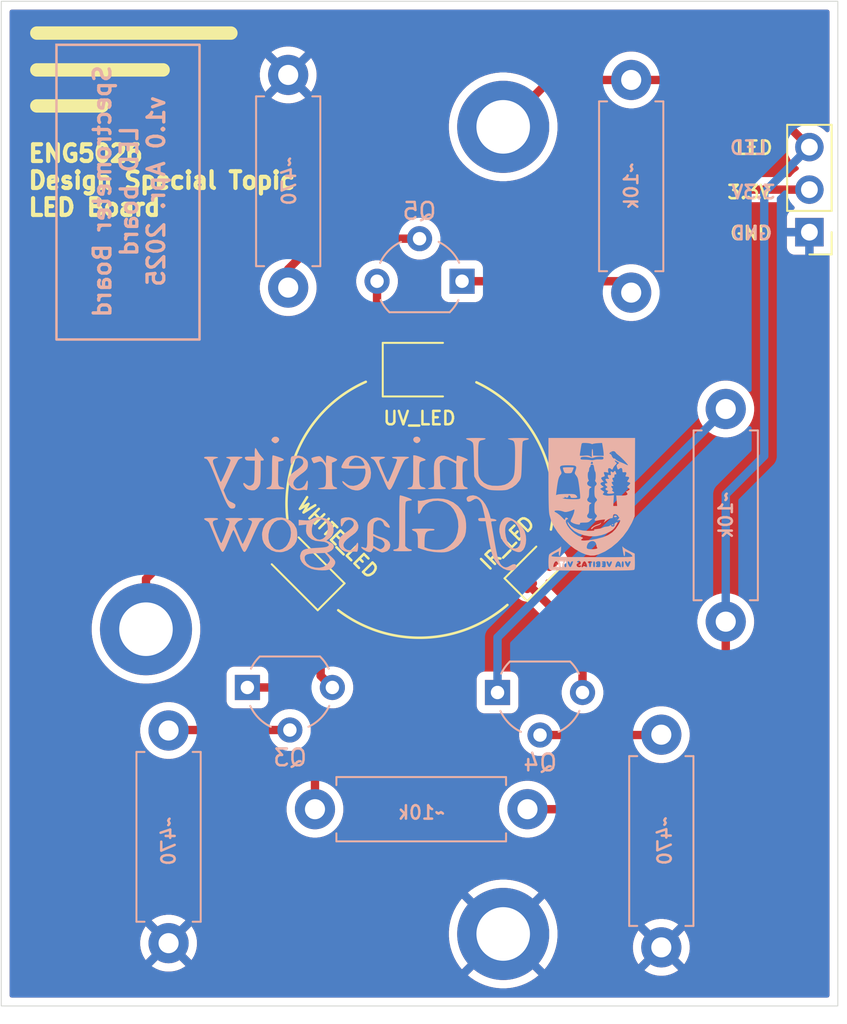
<source format=kicad_pcb>
(kicad_pcb (version 20241229) (generator "pcbnew") (generator_version "9.0")
  (layers (0 "F.Cu" signal) (2 "B.Cu" signal) (13 "F.Paste" user) (15 "B.Paste" user) (5 "F.SilkS" user "F.Silkscreen") (7 "B.SilkS" user "B.Silkscreen") (1 "F.Mask" user) (3 "B.Mask" user) (25 "Edge.Cuts" user))
  (net 0 "")
  (net 1 "+3.3V")
  (net 2 "Net-(D4-K)")
  (net 3 "Net-(D5-K)")
  (net 4 "Net-(D6-K)")
  (net 5 "LED-BOARD")
  (net 6 "Net-(Q3-B)")
  (net 7 "Net-(Q3-E)")
  (net 8 "Net-(Q4-E)")
  (net 9 "Net-(Q4-B)")
  (net 10 "Net-(Q5-B)")
  (net 11 "Net-(Q5-E)")
  (net 12 "GND")
  (footprint "LED_SMD:LED_0805_2012Metric" (layer "F.Cu") (at 130.1 90.5 45)
    (property "Reference" "D5" (hide yes))
    (property "Value" "IR_LED")
    (pad "1" smd roundrect (at -0.9375 0.000001 45) (size 0.975 1.4) (layers "F.Cu" "F.Mask" "F.Paste") (net 3 "Net-(D5-K)"))
    (pad "2" smd roundrect (at 0.9375 -0.000001 45) (size 0.975 1.4) (layers "F.Cu" "F.Mask" "F.Paste") (net 1 "+3.3V"))
  )
  (footprint "Connector_PinHeader_2.54mm:PinHeader_1x03_P2.54mm_Vertical" (layer "F.Cu") (at 146.45 70.34 180)
    (property "Reference" "J8" (hide yes))
    (property "Value" "LED->BOARD" (hide yes))
    (pad "1" thru_hole rect (at 0 0 180) (size 1.7 1.7) (drill 1) (layers "*.Cu" "*.Mask") (net 12 "GND"))
    (pad "2" thru_hole oval (at 0 2.54 180) (size 1.7 1.7) (drill 1) (layers "*.Cu" "*.Mask") (net 1 "+3.3V"))
    (pad "3" thru_hole oval (at 0.000001 5.080001 180) (size 1.7 1.7) (drill 1) (layers "*.Cu" "*.Mask") (net 5 "LED-BOARD"))
  )
  (footprint "LED_SMD:LED_PLCC_2835" (layer "F.Cu") (at 123.15 78.55)
    (property "Reference" "D6" (hide yes))
    (property "Value" "UV_LED" (hide yes))
    (pad "1" smd rect (at -0.9 0) (size 2.2 2.2) (layers "F.Cu" "F.Mask" "F.Paste") (net 4 "Net-(D6-K)"))
    (pad "2" smd rect (at 1.375 0) (size 1.25 2.2) (layers "F.Cu" "F.Mask" "F.Paste") (net 1 "+3.3V"))
  )
  (footprint "MountingHole:MountingHole_3.2mm_M3_ISO14580_Pad" (layer "F.Cu") (at 106.8 94.05)
    (property "Reference" "REF**" (hide yes))
    (property "Value" "MountingHole_3.2mm_M3_ISO14580_Pad" (hide yes))
    (pad "1" thru_hole circle (at 0 0) (size 5.5 5.5) (drill 3.2) (layers "*.Cu" "*.Mask") (net 1 "+3.3V"))
  )
  (footprint "LED_SMD:LED_1206_3216Metric" (layer "F.Cu") (at 116.25 90.5 135)
    (property "Reference" "D4" (hide yes))
    (property "Value" "WHITE-LED")
    (pad "1" smd roundrect (at -1.4 0.000001 135) (size 1.25 1.75) (layers "F.Cu" "F.Mask" "F.Paste") (roundrect_rratio 0.2) (net 2 "Net-(D4-K)"))
    (pad "2" smd roundrect (at 1.4 -0.000001 135) (size 1.25 1.75) (layers "F.Cu" "F.Mask" "F.Paste") (roundrect_rratio 0.2) (net 1 "+3.3V"))
  )
  (footprint "MountingHole:MountingHole_3.2mm_M3_ISO14580_Pad" (layer "F.Cu") (at 128.15 64.05)
    (property "Reference" "REF**" (hide yes))
    (property "Value" "MountingHole_3.2mm_M3_ISO14580_Pad" (hide yes))
    (pad "1" thru_hole circle (at 0 0) (size 5.5 5.5) (drill 3.2) (layers "*.Cu" "*.Mask") (net 5 "LED-BOARD"))
  )
  (footprint "MountingHole:MountingHole_3.2mm_M3_ISO14580_Pad" (layer "F.Cu") (at 128.15 112.25)
    (property "Reference" "REF**" (hide yes))
    (property "Value" "MountingHole_3.2mm_M3_ISO14580_Pad" (hide yes))
    (pad "1" thru_hole circle (at 0 0) (size 5.5 5.5) (drill 3.2) (layers "*.Cu" "*.Mask") (net 12 "GND"))
  )
  (footprint "Resistor_THT:R_Axial_DIN0411_L9.9mm_D3.6mm_P12.70mm_Horizontal" (layer "B.Cu") (at 108.15 112.8 90)
    (property "Reference" "R26" (hide yes))
    (property "Value" "470")
    (pad "1" thru_hole circle (at 0 0 90) (size 2.4 2.4) (drill 1.2) (layers "*.Cu" "*.Mask") (net 12 "GND"))
    (pad "2" thru_hole oval (at 12.7 0 90) (size 2.4 2.4) (drill 1.2) (layers "*.Cu" "*.Mask") (net 7 "Net-(Q3-E)"))
  )
  (footprint "Resistor_THT:R_Axial_DIN0411_L9.9mm_D3.6mm_P12.70mm_Horizontal" (layer "B.Cu") (at 129.6 104.799999 180)
    (property "Reference" "R23" (hide yes))
    (property "Value" "10k")
    (pad "1" thru_hole circle (at 0 0 180) (size 2.4 2.4) (drill 1.2) (layers "*.Cu" "*.Mask") (net 5 "LED-BOARD"))
    (pad "2" thru_hole oval (at 12.7 0 180) (size 2.4 2.4) (drill 1.2) (layers "*.Cu" "*.Mask") (net 6 "Net-(Q3-B)"))
  )
  (footprint "test:uofg-8mm" (layer "B.Cu") (at 123.15 86.55 180)
    (property "Reference" "G***" (hide yes))
    (property "Value" "LOGO" (hide yes))
  )
  (footprint "Resistor_THT:R_Axial_DIN0411_L9.9mm_D3.6mm_P12.70mm_Horizontal" (layer "B.Cu") (at 135.8 61.25 -90)
    (property "Reference" "R25" (hide yes))
    (property "Value" "10k")
    (pad "1" thru_hole circle (at 0 0 270) (size 2.4 2.4) (drill 1.2) (layers "*.Cu" "*.Mask") (net 5 "LED-BOARD"))
    (pad "2" thru_hole oval (at 12.7 0 270) (size 2.4 2.4) (drill 1.2) (layers "*.Cu" "*.Mask") (net 10 "Net-(Q5-B)"))
  )
  (footprint "Resistor_THT:R_Axial_DIN0411_L9.9mm_D3.6mm_P12.70mm_Horizontal" (layer "B.Cu") (at 115.3 60.95 -90)
    (property "Reference" "R28" (hide yes))
    (property "Value" "470")
    (pad "1" thru_hole circle (at 0 0 270) (size 2.4 2.4) (drill 1.2) (layers "*.Cu" "*.Mask") (net 12 "GND"))
    (pad "2" thru_hole oval (at 12.7 0 270) (size 2.4 2.4) (drill 1.2) (layers "*.Cu" "*.Mask") (net 11 "Net-(Q5-E)"))
  )
  (footprint "Resistor_THT:R_Axial_DIN0411_L9.9mm_D3.6mm_P12.70mm_Horizontal" (layer "B.Cu") (at 137.6 113.05 90)
    (property "Reference" "R27" (hide yes))
    (property "Value" "470")
    (pad "1" thru_hole circle (at 0 0 90) (size 2.4 2.4) (drill 1.2) (layers "*.Cu" "*.Mask") (net 12 "GND"))
    (pad "2" thru_hole oval (at 12.7 0 90) (size 2.4 2.4) (drill 1.2) (layers "*.Cu" "*.Mask") (net 8 "Net-(Q4-E)"))
  )
  (footprint "Package_TO_SOT_THT:TO-92_Wide" (layer "B.Cu") (at 127.810001 97.83)
    (property "Reference" "Q4" (at 2.550001 4.19 0) (layer "B.SilkS") (effects (justify mirror)))
    (property "Value" "Q_NPN_BEC")
    (pad "1" thru_hole rect (at 0 0) (size 1.5 1.5) (drill 0.8) (layers "*.Cu" "*.Mask") (net 9 "Net-(Q4-B)"))
    (pad "2" thru_hole circle (at 2.54 2.54) (size 1.5 1.5) (drill 0.8) (layers "*.Cu" "*.Mask") (net 8 "Net-(Q4-E)"))
    (pad "3" thru_hole circle (at 5.08 0.000001) (size 1.5 1.5) (drill 0.8) (layers "*.Cu" "*.Mask") (net 3 "Net-(D5-K)"))
  )
  (footprint "Package_TO_SOT_THT:TO-92_Wide" (layer "B.Cu") (at 125.69 73.27 180)
    (property "Reference" "Q5" (at 2.549999 4.189998 0) (layer "B.SilkS") (effects (justify mirror)))
    (property "Value" "Q_NPN_BEC")
    (pad "1" thru_hole rect (at 0 0 180) (size 1.5 1.5) (drill 0.8) (layers "*.Cu" "*.Mask") (net 10 "Net-(Q5-B)"))
    (pad "2" thru_hole circle (at 2.54 2.54 180) (size 1.5 1.5) (drill 0.8) (layers "*.Cu" "*.Mask") (net 11 "Net-(Q5-E)"))
    (pad "3" thru_hole circle (at 5.080001 -0.000001 180) (size 1.5 1.5) (drill 0.8) (layers "*.Cu" "*.Mask") (net 4 "Net-(D6-K)"))
  )
  (footprint "Resistor_THT:R_Axial_DIN0411_L9.9mm_D3.6mm_P12.70mm_Horizontal" (layer "B.Cu") (at 141.45 93.6 90)
    (property "Reference" "R24" (hide yes))
    (property "Value" "10k")
    (pad "1" thru_hole circle (at 0 0 90) (size 2.4 2.4) (drill 1.2) (layers "*.Cu" "*.Mask") (net 5 "LED-BOARD"))
    (pad "2" thru_hole oval (at 12.7 0 90) (size 2.4 2.4) (drill 1.2) (layers "*.Cu" "*.Mask") (net 9 "Net-(Q4-B)"))
  )
  (footprint "Package_TO_SOT_THT:TO-92_Wide" (layer "B.Cu") (at 112.86 97.530001)
    (property "Reference" "Q3" (at 2.55 4.189999 0) (layer "B.SilkS") (effects (justify mirror)))
    (property "Value" "Q_NPN_BEC")
    (pad "1" thru_hole rect (at 0 0) (size 1.5 1.5) (drill 0.8) (layers "*.Cu" "*.Mask") (net 6 "Net-(Q3-B)"))
    (pad "2" thru_hole circle (at 2.54 2.54) (size 1.5 1.5) (drill 0.8) (layers "*.Cu" "*.Mask") (net 7 "Net-(Q3-E)"))
    (pad "3" thru_hole circle (at 5.080002 -0.000002) (size 1.5 1.5) (drill 0.8) (layers "*.Cu" "*.Mask") (net 2 "Net-(D4-K)"))
  )
  (gr_line (start 100.275 60.65) (end 107.825 60.65) (stroke (width 0.8)) (layer "F.SilkS"))
  (gr_line (start 100.275 62.8) (end 104.175 62.8) (stroke (width 0.8)) (layer "F.SilkS"))
  (gr_arc (start 115.25 87.45) (mid 116.253242 82.593394) (end 119.939381 79.275941) (stroke (width 0.15)) (layer "F.SilkS"))
  (gr_arc (start 126.547414 79.305514) (mid 130.288755 82.935699) (end 131 88.1) (stroke (width 0.15)) (layer "F.SilkS"))
  (gr_arc (start 128.4 92.6) (mid 123.400113 94.5564) (end 118.287861 92.915894) (stroke (width 0.15)) (layer "F.SilkS"))
  (gr_line (start 100.275 58.45) (end 111.875 58.45) (stroke (width 0.8)) (layer "F.SilkS"))
  (gr_rect (start 101.45 59.15) (end 110 76.75) (stroke (width 0.15)) (fill no) (layer "B.SilkS"))
  (gr_rect (start 98.15 56.55) (end 148.15 116.55) (stroke (width 0.05)) (fill no) (layer "Edge.Cuts"))
  (gr_text "LED" (at 143.15 65.3 0) (layer "F.SilkS") (effects (font (size 0.8 0.8))))
  (gr_text "WHITE_LED" (at 118.25 88.6 315) (layer "F.SilkS") (effects (font (size 0.8 0.8))))
  (gr_text "IR_LED" (at 128.4 88.9 45) (layer "F.SilkS") (effects (font (size 0.8 0.8))))
  (gr_text "ENG5026\nDesign Special Topic\nLED Board" (at 99.65 67.25 0) (layer "F.SilkS") (effects (font (size 1 1) (thickness 0.25) (bold yes)) (justify left)))
  (gr_text "GND" (at 142.95 70.4 0) (layer "F.SilkS") (effects (font (size 0.8 0.8))))
  (gr_text "3.3V" (at 142.85 67.95 0) (layer "F.SilkS") (effects (font (size 0.8 0.8))))
  (gr_text "UV_LED" (at 123.15 81.45 0) (layer "F.SilkS") (effects (font (size 0.8 0.8))))
  (gr_text "~470" (at 115.35 67.3 90) (layer "B.SilkS") (effects (font (size 0.8 0.8)) (justify mirror)))
  (gr_text "3.3V" (at 143.1 67.95 0) (layer "B.SilkS") (effects (font (size 0.8 0.8)) (justify mirror)))
  (gr_text "~10k" (at 135.8 67.6 90) (layer "B.SilkS") (effects (font (size 0.8 0.8)) (justify mirror)))
  (gr_text "~10k" (at 141.45 87.250001 90) (layer "B.SilkS") (effects (font (size 0.8 0.8)) (justify mirror)))
  (gr_text "~470" (at 137.8 106.699999 90) (layer "B.SilkS") (effects (font (size 0.8 0.8)) (justify mirror)))
  (gr_text "Spectrometer Board\nLED board\nv1.0 Apr. 2025" (at 105.8 67.9 90) (layer "B.SilkS") (effects (font (size 1 1) (thickness 0.2) (bold yes)) (justify mirror)))
  (gr_text "GND" (at 143.000001 70.399999 0) (layer "B.SilkS") (effects (font (size 0.8 0.8)) (justify mirror)))
  (gr_text "~10k" (at 123.25 105 0) (layer "B.SilkS") (effects (font (size 0.8 0.8)) (justify mirror)))
  (gr_text "LED" (at 142.8 65.299999 0) (layer "B.SilkS") (effects (font (size 0.8 0.8)) (justify mirror)))
  (gr_text "~470" (at 108.15 106.72 90) (layer "B.SilkS") (effects (font (size 0.8 0.8)) (justify mirror)))
  (segment (start 137.45 76.1) (end 130.762912 82.787088) (width 0.5) (layer "F.Cu") (net 1))
  (segment (start 115.26005 89.510051) (end 108.339949 89.510051) (width 0.5) (layer "F.Cu") (net 1))
  (segment (start 115.26005 89.510051) (end 115.26005 83.03995) (width 0.5) (layer "F.Cu") (net 1))
  (segment (start 146.45 67.8) (end 141.15 67.8) (width 0.5) (layer "F.Cu") (net 1))
  (segment (start 124.125 80.55) (end 124.525 80.15) (width 0.5) (layer "F.Cu") (net 1))
  (segment (start 126.2 78.55) (end 124.525 78.55) (width 0.5) (layer "F.Cu") (net 1))
  (segment (start 124.525 80.15) (end 124.525 78.55) (width 0.5) (layer "F.Cu") (net 1))
  (segment (start 130.762912 82.787088) (end 130.762912 83.112912) (width 0.5) (layer "F.Cu") (net 1))
  (segment (start 130.762912 89.837087) (end 130.762912 83.112912) (width 0.5) (layer "F.Cu") (net 1))
  (segment (start 141.15 67.8) (end 138.35 70.6) (width 0.5) (layer "F.Cu") (net 1))
  (segment (start 117.75 80.55) (end 124.125 80.55) (width 0.5) (layer "F.Cu") (net 1))
  (segment (start 130.762912 83.112912) (end 126.2 78.55) (width 0.5) (layer "F.Cu") (net 1))
  (segment (start 138.35 75.2) (end 137.45 76.1) (width 0.5) (layer "F.Cu") (net 1))
  (segment (start 106.8 91.05) (end 106.8 94.05) (width 0.5) (layer "F.Cu") (net 1))
  (segment (start 115.26005 83.03995) (end 117.75 80.55) (width 0.5) (layer "F.Cu") (net 1))
  (segment (start 108.339949 89.510051) (end 106.8 91.05) (width 0.5) (layer "F.Cu") (net 1))
  (segment (start 138.35 70.6) (end 138.35 75.2) (width 0.5) (layer "F.Cu") (net 1))
  (segment (start 117.23995 91.489949) (end 117.23995 96.829947) (width 0.5) (layer "F.Cu") (net 2))
  (segment (start 117.23995 96.829947) (end 117.940002 97.529999) (width 0.5) (layer "F.Cu") (net 2))
  (segment (start 132.890001 94.615826) (end 132.890001 97.830001) (width 0.5) (layer "F.Cu") (net 3))
  (segment (start 129.437088 91.162913) (end 132.890001 94.615826) (width 0.5) (layer "F.Cu") (net 3))
  (segment (start 120.609999 76.909999) (end 122.25 78.55) (width 0.5) (layer "F.Cu") (net 4))
  (segment (start 120.609999 73.270001) (end 120.609999 76.909999) (width 0.5) (layer "F.Cu") (net 4))
  (segment (start 141.45 93.6) (end 141.45 101.65) (width 0.5) (layer "F.Cu") (net 5))
  (segment (start 138.300001 104.799999) (end 129.6 104.799999) (width 0.5) (layer "F.Cu") (net 5))
  (segment (start 142.44 61.25) (end 135.8 61.25) (width 0.5) (layer "F.Cu") (net 5))
  (segment (start 141.45 101.65) (end 138.300001 104.799999) (width 0.5) (layer "F.Cu") (net 5))
  (segment (start 130.95 61.25) (end 128.15 64.05) (width 0.5) (layer "F.Cu") (net 5))
  (segment (start 135.8 61.25) (end 130.95 61.25) (width 0.5) (layer "F.Cu") (net 5))
  (segment (start 146.449999 65.259999) (end 142.44 61.25) (width 0.5) (layer "F.Cu") (net 5))
  (segment (start 143.75 67.959998) (end 146.449999 65.259999) (width 0.5) (layer "B.Cu") (net 5))
  (segment (start 141.45 93.6) (end 141.45 86) (width 0.5) (layer "B.Cu") (net 5))
  (segment (start 141.45 86) (end 143.75 83.7) (width 0.5) (layer "B.Cu") (net 5))
  (segment (start 143.75 83.7) (end 143.75 67.959998) (width 0.5) (layer "B.Cu") (net 5))
  (segment (start 112.86 97.530001) (end 115.630001 97.530001) (width 0.5) (layer "F.Cu") (net 6))
  (segment (start 115.630001 97.530001) (end 116.9 98.8) (width 0.5) (layer "F.Cu") (net 6))
  (segment (start 116.9 98.8) (end 116.9 104.799999) (width 0.5) (layer "F.Cu") (net 6))
  (segment (start 108.179999 100.070001) (end 108.15 100.1) (width 0.5) (layer "F.Cu") (net 7))
  (segment (start 115.4 100.070001) (end 108.179999 100.070001) (width 0.5) (layer "F.Cu") (net 7))
  (segment (start 137.58 100.37) (end 137.6 100.35) (width 0.5) (layer "F.Cu") (net 8))
  (segment (start 130.350001 100.37) (end 137.58 100.37) (width 0.5) (layer "F.Cu") (net 8))
  (segment (start 127.810001 94.539999) (end 127.810001 97.83) (width 0.5) (layer "B.Cu") (net 9))
  (segment (start 141.45 80.9) (end 127.810001 94.539999) (width 0.5) (layer "B.Cu") (net 9))
  (segment (start 125.69 73.27) (end 135.12 73.27) (width 0.5) (layer "F.Cu") (net 10))
  (segment (start 135.12 73.27) (end 135.8 73.95) (width 0.5) (layer "F.Cu") (net 10))
  (segment (start 115.3 72.55) (end 115.3 73.65) (width 0.5) (layer "F.Cu") (net 11))
  (segment (start 117.12 70.73) (end 115.3 72.55) (width 0.5) (layer "F.Cu") (net 11))
  (segment (start 123.15 70.73) (end 117.12 70.73) (width 0.5) (layer "F.Cu") (net 11))
  (zone (net 12) (net_name "GND") (layers "F.Cu" "B.Cu") (priority 1) (connect_pads (clearance 0.5)) (min_thickness 0.25) (fill yes (thermal_gap 0.5) (thermal_bridge_width 0.5))
    (polygon (pts (xy 98.15 56.55) (xy 148.15 56.55) (xy 148.15 116.55) (xy 98.15 116.55)))
  )
)
</source>
